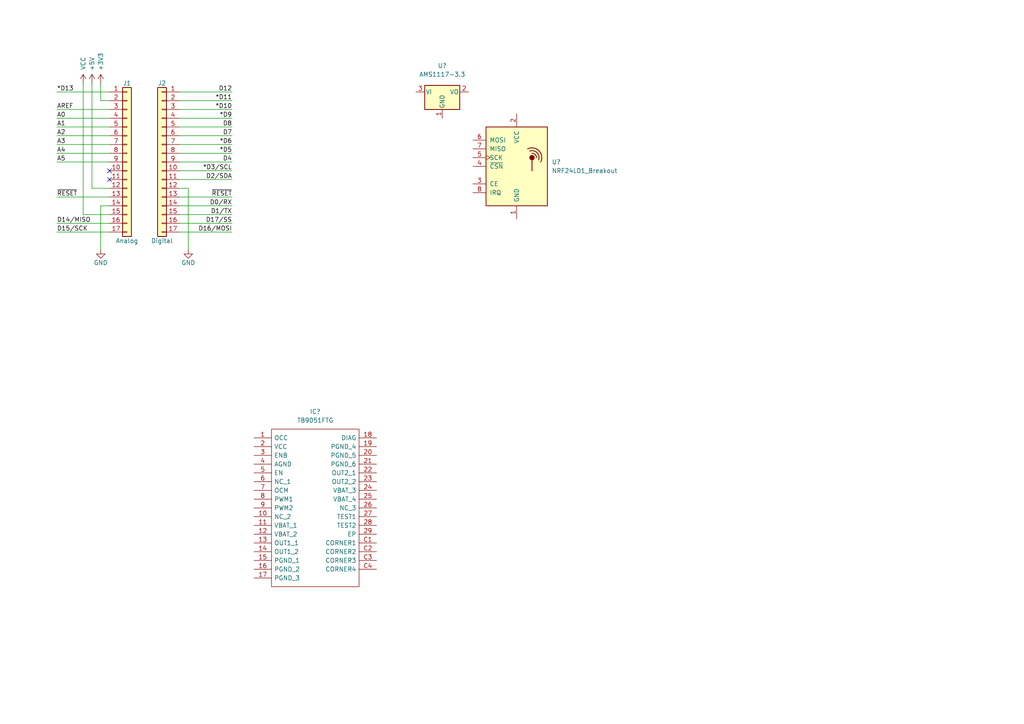
<source format=kicad_sch>
(kicad_sch (version 20211123) (generator eeschema)
  (paper "A4")
  (title_block (date "sam. 04 avril 2015"))
  (lib_symbols
    (symbol "Connector_Generic:Conn_01x17" (pin_names (offset 1.016) hide)
      (property "Reference" "J" (at 0 22.86 0))
      (property "Value" "Conn_01x17" (at 0 -22.86 0))
      (symbol "Conn_01x17_1_1"
        (rectangle (start -1.27 -20.193) (end 0 -20.447) (stroke (width 0.1524)))
        (rectangle (start -1.27 -17.653) (end 0 -17.907) (stroke (width 0.1524)))
        (rectangle (start -1.27 -15.113) (end 0 -15.367) (stroke (width 0.1524)))
        (rectangle (start -1.27 -12.573) (end 0 -12.827) (stroke (width 0.1524)))
        (rectangle (start -1.27 -10.033) (end 0 -10.287) (stroke (width 0.1524)))
        (rectangle (start -1.27 -7.493) (end 0 -7.747) (stroke (width 0.1524)))
        (rectangle (start -1.27 -4.953) (end 0 -5.207) (stroke (width 0.1524)))
        (rectangle (start -1.27 -2.413) (end 0 -2.667) (stroke (width 0.1524)))
        (rectangle (start -1.27 0.127) (end 0 -0.127) (stroke (width 0.1524)))
        (rectangle (start -1.27 2.667) (end 0 2.413) (stroke (width 0.1524)))
        (rectangle (start -1.27 5.207) (end 0 4.953) (stroke (width 0.1524)))
        (rectangle (start -1.27 7.747) (end 0 7.493) (stroke (width 0.1524)))
        (rectangle (start -1.27 10.287) (end 0 10.033) (stroke (width 0.1524)))
        (rectangle (start -1.27 12.827) (end 0 12.573) (stroke (width 0.1524)))
        (rectangle (start -1.27 15.367) (end 0 15.113) (stroke (width 0.1524)))
        (rectangle (start -1.27 17.907) (end 0 17.653) (stroke (width 0.1524)))
        (rectangle (start -1.27 20.447) (end 0 20.193) (stroke (width 0.1524)))
        (rectangle (start -1.27 21.59) (end 1.27 -21.59) (stroke (width 0.254)) (fill (type background)))
        (pin passive line (at -5.08 20.32 0) (length 3.81) (name "Pin_1") (number "1"))
        (pin passive line (at -5.08 -2.54 0) (length 3.81) (name "Pin_10") (number "10"))
        (pin passive line (at -5.08 -5.08 0) (length 3.81) (name "Pin_11") (number "11"))
        (pin passive line (at -5.08 -7.62 0) (length 3.81) (name "Pin_12") (number "12"))
        (pin passive line (at -5.08 -10.16 0) (length 3.81) (name "Pin_13") (number "13"))
        (pin passive line (at -5.08 -12.7 0) (length 3.81) (name "Pin_14") (number "14"))
        (pin passive line (at -5.08 -15.24 0) (length 3.81) (name "Pin_15") (number "15"))
        (pin passive line (at -5.08 -17.78 0) (length 3.81) (name "Pin_16") (number "16"))
        (pin passive line (at -5.08 -20.32 0) (length 3.81) (name "Pin_17") (number "17"))
        (pin passive line (at -5.08 17.78 0) (length 3.81) (name "Pin_2") (number "2"))
        (pin passive line (at -5.08 15.24 0) (length 3.81) (name "Pin_3") (number "3"))
        (pin passive line (at -5.08 12.7 0) (length 3.81) (name "Pin_4") (number "4"))
        (pin passive line (at -5.08 10.16 0) (length 3.81) (name "Pin_5") (number "5"))
        (pin passive line (at -5.08 7.62 0) (length 3.81) (name "Pin_6") (number "6"))
        (pin passive line (at -5.08 5.08 0) (length 3.81) (name "Pin_7") (number "7"))
        (pin passive line (at -5.08 2.54 0) (length 3.81) (name "Pin_8") (number "8"))
        (pin passive line (at -5.08 0 0) (length 3.81) (name "Pin_9") (number "9"))
      )
    )
    (symbol "RF:NRF24L01_Breakout" (pin_names (offset 1.016))
      (property "Reference" "U" (at -8.89 12.7 0))
      (property "Value" "NRF24L01_Breakout" (at 3.81 12.7 0))
      (symbol "NRF24L01_Breakout_0_1"
        (rectangle (start -8.89 11.43) (end 8.89 -11.43) (stroke (width 0.254)) (fill (type background)))
        (polyline (pts (xy 4.445 1.905) (xy 4.445 -1.27)) (stroke (width 0.254)))
        (circle (center 4.445 2.54) (radius 0.635) (stroke (width 0.254)) (fill (type outline)))
        (arc (start 5.715 2.54) (mid 5.3521 3.4546) (end 4.445 3.81) (stroke (width 0.254)))
        (arc (start 6.35 1.905) (mid 5.8763 3.9854) (end 3.81 4.445) (stroke (width 0.254)))
        (arc (start 6.985 1.27) (mid 6.453 4.548) (end 3.175 5.08) (stroke (width 0.254)))
      )
      (symbol "NRF24L01_Breakout_1_1"
        (pin power_in line (at 0 -15.24 90) (length 3.81) (name "GND") (number "1"))
        (pin power_in line (at 0 15.24 270) (length 3.81) (name "VCC") (number "2"))
        (pin input line (at -12.7 -5.08 0) (length 3.81) (name "CE") (number "3"))
        (pin input line (at -12.7 0 0) (length 3.81) (name "~{CSN}") (number "4"))
        (pin input clock (at -12.7 2.54 0) (length 3.81) (name "SCK") (number "5"))
        (pin input line (at -12.7 7.62 0) (length 3.81) (name "MOSI") (number "6"))
        (pin output line (at -12.7 5.08 0) (length 3.81) (name "MISO") (number "7"))
        (pin output line (at -12.7 -7.62 0) (length 3.81) (name "IRQ") (number "8"))
      )
    )
    (symbol "Regulator_Linear:AMS1117-3.3" (pin_names (offset 0.254))
      (property "Reference" "U" (at -3.81 3.175 0))
      (property "Value" "AMS1117-3.3" (at 0 3.175 0))
      (symbol "AMS1117-3.3_0_1"
        (rectangle (start -5.08 -5.08) (end 5.08 1.905) (stroke (width 0.254)) (fill (type background)))
      )
      (symbol "AMS1117-3.3_1_1"
        (pin power_in line (at 0 -7.62 90) (length 2.54) (name "GND") (number "1"))
        (pin power_out line (at 7.62 0 180) (length 2.54) (name "VO") (number "2"))
        (pin power_in line (at -7.62 0 0) (length 2.54) (name "VI") (number "3"))
      )
    )
    (symbol "TB9051FTG:TB9051FTG" (pin_names (offset 0.762))
      (property "Reference" "IC" (at 31.75 7.62 0))
      (property "Value" "TB9051FTG" (at 31.75 5.08 0))
      (symbol "TB9051FTG_0_0"
        (pin passive line (at 0 0 0) (length 5.08) (name "OCC") (number "1"))
        (pin passive line (at 0 -22.86 0) (length 5.08) (name "NC_2") (number "10"))
        (pin passive line (at 0 -25.4 0) (length 5.08) (name "VBAT_1") (number "11"))
        (pin passive line (at 0 -27.94 0) (length 5.08) (name "VBAT_2") (number "12"))
        (pin passive line (at 0 -30.48 0) (length 5.08) (name "OUT1_1") (number "13"))
        (pin passive line (at 0 -33.02 0) (length 5.08) (name "OUT1_2") (number "14"))
        (pin passive line (at 0 -35.56 0) (length 5.08) (name "PGND_1") (number "15"))
        (pin passive line (at 0 -38.1 0) (length 5.08) (name "PGND_2") (number "16"))
        (pin passive line (at 0 -40.64 0) (length 5.08) (name "PGND_3") (number "17"))
        (pin passive line (at 35.56 0 180) (length 5.08) (name "DIAG") (number "18"))
        (pin passive line (at 35.56 -2.54 180) (length 5.08) (name "PGND_4") (number "19"))
        (pin passive line (at 0 -2.54 0) (length 5.08) (name "VCC") (number "2"))
        (pin passive line (at 35.56 -5.08 180) (length 5.08) (name "PGND_5") (number "20"))
        (pin passive line (at 35.56 -7.62 180) (length 5.08) (name "PGND_6") (number "21"))
        (pin passive line (at 35.56 -10.16 180) (length 5.08) (name "OUT2_1") (number "22"))
        (pin passive line (at 35.56 -12.7 180) (length 5.08) (name "OUT2_2") (number "23"))
        (pin passive line (at 35.56 -15.24 180) (length 5.08) (name "VBAT_3") (number "24"))
        (pin passive line (at 35.56 -17.78 180) (length 5.08) (name "VBAT_4") (number "25"))
        (pin passive line (at 35.56 -20.32 180) (length 5.08) (name "NC_3") (number "26"))
        (pin passive line (at 35.56 -22.86 180) (length 5.08) (name "TEST1") (number "27"))
        (pin passive line (at 35.56 -25.4 180) (length 5.08) (name "TEST2") (number "28"))
        (pin passive line (at 35.56 -27.94 180) (length 5.08) (name "EP") (number "29"))
        (pin passive line (at 0 -5.08 0) (length 5.08) (name "ENB") (number "3"))
        (pin passive line (at 0 -7.62 0) (length 5.08) (name "AGND") (number "4"))
        (pin passive line (at 0 -10.16 0) (length 5.08) (name "EN") (number "5"))
        (pin passive line (at 0 -12.7 0) (length 5.08) (name "NC_1") (number "6"))
        (pin passive line (at 0 -15.24 0) (length 5.08) (name "OCM") (number "7"))
        (pin passive line (at 0 -17.78 0) (length 5.08) (name "PWM1") (number "8"))
        (pin passive line (at 0 -20.32 0) (length 5.08) (name "PWM2") (number "9"))
        (pin passive line (at 35.56 -30.48 180) (length 5.08) (name "CORNER1") (number "C1"))
        (pin passive line (at 35.56 -33.02 180) (length 5.08) (name "CORNER2") (number "C2"))
        (pin passive line (at 35.56 -35.56 180) (length 5.08) (name "CORNER3") (number "C3"))
        (pin passive line (at 35.56 -38.1 180) (length 5.08) (name "CORNER4") (number "C4"))
      )
      (symbol "TB9051FTG_0_1"
        (polyline (pts (xy 5.08 2.54) (xy 30.48 2.54) (xy 30.48 -43.18) (xy 5.08 -43.18) (xy 5.08 2.54)) (stroke (width 0.1524)))
      )
    )
    (symbol "power:+3.3V" (power) (pin_names (offset 0))
      (property "Value" "+3.3V" (at 0 3.556 0))
      (symbol "+3.3V_0_1"
        (polyline (pts (xy -0.762 1.27) (xy 0 2.54)))
        (polyline (pts (xy 0 0) (xy 0 2.54)))
        (polyline (pts (xy 0 2.54) (xy 0.762 1.27)))
      )
      (symbol "+3.3V_1_1"
        (pin power_in line (at 0 0 90) (length 0) hide (name "+3V3") (number "1"))
      )
    )
    (symbol "power:+5V" (power) (pin_names (offset 0))
      (property "Value" "+5V" (at 0 3.556 0))
      (symbol "+5V_0_1"
        (polyline (pts (xy -0.762 1.27) (xy 0 2.54)))
        (polyline (pts (xy 0 0) (xy 0 2.54)))
        (polyline (pts (xy 0 2.54) (xy 0.762 1.27)))
      )
      (symbol "+5V_1_1"
        (pin power_in line (at 0 0 90) (length 0) hide (name "+5V") (number "1"))
      )
    )
    (symbol "power:GND" (power) (pin_names (offset 0))
      (property "Value" "GND" (at 0 -3.81 0))
      (symbol "GND_0_1"
        (polyline (pts (xy 0 0) (xy 0 -1.27) (xy 1.27 -1.27) (xy 0 -2.54) (xy -1.27 -1.27) (xy 0 -1.27)))
      )
      (symbol "GND_1_1"
        (pin power_in line (at 0 0 270) (length 0) hide (name "GND") (number "1"))
      )
    )
    (symbol "power:VCC" (power) (pin_names (offset 0))
      (property "Value" "VCC" (at 0 3.81 0))
      (symbol "VCC_0_1"
        (polyline (pts (xy -0.762 1.27) (xy 0 2.54)))
        (polyline (pts (xy 0 0) (xy 0 2.54)))
        (polyline (pts (xy 0 2.54) (xy 0.762 1.27)))
      )
      (symbol "VCC_1_1"
        (pin power_in line (at 0 0 90) (length 0) hide (name "VCC") (number "1"))
      )
    )
  )
  (no_connect (at 31.75 49.53))
  (no_connect (at 31.75 52.07))
  (wire (pts (xy 52.07 59.69) (xy 67.31 59.69)))
  (wire (pts (xy 31.75 29.21) (xy 29.21 29.21)))
  (wire (pts (xy 26.67 24.13) (xy 26.67 54.61)))
  (wire (pts (xy 31.75 54.61) (xy 26.67 54.61)))
  (wire (pts (xy 52.07 31.75) (xy 67.31 31.75)))
  (wire (pts (xy 52.07 64.77) (xy 67.31 64.77)))
  (wire (pts (xy 16.51 39.37) (xy 31.75 39.37)))
  (wire (pts (xy 52.07 36.83) (xy 67.31 36.83)))
  (wire (pts (xy 52.07 39.37) (xy 67.31 39.37)))
  (wire (pts (xy 52.07 52.07) (xy 67.31 52.07)))
  (wire (pts (xy 16.51 31.75) (xy 31.75 31.75)))
  (wire (pts (xy 52.07 44.45) (xy 67.31 44.45)))
  (wire (pts (xy 29.21 24.13) (xy 29.21 29.21)))
  (wire (pts (xy 52.07 54.61) (xy 54.61 54.61)))
  (wire (pts (xy 52.07 26.67) (xy 67.31 26.67)))
  (wire (pts (xy 24.13 24.13) (xy 24.13 62.23)))
  (wire (pts (xy 31.75 62.23) (xy 24.13 62.23)))
  (wire (pts (xy 16.51 57.15) (xy 31.75 57.15)))
  (wire (pts (xy 52.07 41.91) (xy 67.31 41.91)))
  (wire (pts (xy 52.07 46.99) (xy 67.31 46.99)))
  (wire (pts (xy 16.51 34.29) (xy 31.75 34.29)))
  (wire (pts (xy 16.51 64.77) (xy 31.75 64.77)))
  (wire (pts (xy 16.51 26.67) (xy 31.75 26.67)))
  (wire (pts (xy 16.51 44.45) (xy 31.75 44.45)))
  (wire (pts (xy 52.07 49.53) (xy 67.31 49.53)))
  (wire (pts (xy 16.51 36.83) (xy 31.75 36.83)))
  (wire (pts (xy 16.51 46.99) (xy 31.75 46.99)))
  (wire (pts (xy 52.07 34.29) (xy 67.31 34.29)))
  (wire (pts (xy 52.07 67.31) (xy 67.31 67.31)))
  (wire (pts (xy 52.07 57.15) (xy 67.31 57.15)))
  (wire (pts (xy 54.61 54.61) (xy 54.61 72.39)))
  (wire (pts (xy 16.51 67.31) (xy 31.75 67.31)))
  (wire (pts (xy 52.07 62.23) (xy 67.31 62.23)))
  (wire (pts (xy 29.21 59.69) (xy 29.21 72.39)))
  (wire (pts (xy 31.75 59.69) (xy 29.21 59.69)))
  (wire (pts (xy 16.51 41.91) (xy 31.75 41.91)))
  (wire (pts (xy 52.07 29.21) (xy 67.31 29.21)))
  (label "D4" (at 67.31 46.99 180))
  (label "*D5" (at 67.31 44.45 180))
  (label "A2" (at 16.51 39.37 0))
  (label "D7" (at 67.31 39.37 180))
  (label "D15{slash}SCK" (at 16.51 67.31 0))
  (label "*D13" (at 16.51 26.67 0))
  (label "D16{slash}MOSI" (at 67.31 67.31 180))
  (label "D17{slash}SS" (at 67.31 64.77 180))
  (label "*D6" (at 67.31 41.91 180))
  (label "*D11" (at 67.31 29.21 180))
  (label "A1" (at 16.51 36.83 0))
  (label "D14{slash}MISO" (at 16.51 64.77 0))
  (label "A4" (at 16.51 44.45 0))
  (label "A5" (at 16.51 46.99 0))
  (label "A3" (at 16.51 41.91 0))
  (label "~{RESET}" (at 67.31 57.15 180))
  (label "A0" (at 16.51 34.29 0))
  (label "*D9" (at 67.31 34.29 180))
  (label "*D3{slash}SCL" (at 67.31 49.53 180))
  (label "D2{slash}SDA" (at 67.31 52.07 180))
  (label "D8" (at 67.31 36.83 180))
  (label "D1{slash}TX" (at 67.31 62.23 180))
  (label "D0{slash}RX" (at 67.31 59.69 180))
  (label "AREF" (at 16.51 31.75 0))
  (label "~{RESET}" (at 16.51 57.15 0))
  (label "*D10" (at 67.31 31.75 180))
  (label "D12" (at 67.31 26.67 180))
  (symbol (lib_id "Connector_Generic:Conn_01x17") (at 36.83 46.99 0) (unit 1)
    (property "Reference" "J1" (at 36.83 24.13 0))
    (property "Value" "Analog" (at 36.83 69.85 0))
    (property "Footprint" "Connector_PinHeader_2.54mm:PinHeader_1x17_P2.54mm_Vertical" (effects hide))
  )
  (symbol (lib_id "Connector_Generic:Conn_01x17") (at 46.99 46.99 0) (mirror y) (unit 1)
    (property "Reference" "J2" (at 46.99 24.13 0))
    (property "Value" "Digital" (at 46.99 69.85 0))
    (property "Footprint" "Connector_PinHeader_2.54mm:PinHeader_1x17_P2.54mm_Vertical" (effects hide))
  )
  (symbol (lib_id "Regulator_Linear:AMS1117-3.3") (at 128.27 26.67 0) (unit 1)
    (property "Reference" "U?" (at 128.27 19.05 0))
    (property "Value" "AMS1117-3.3" (at 128.27 21.59 0))
    (property "Footprint" "Package_TO_SOT_SMD:SOT-223-3_TabPin2" (effects hide))
    (property "Datasheet" "http://www.advanced-monolithic.com/pdf/ds1117.pdf" (effects hide))
  )
  (symbol (lib_id "power:+5V") (at 26.67 24.13 0) (unit 1)
    (property "Reference" "#PWR0103" (effects hide))
    (property "Value" "+5V" (at 26.67 20.574 90) (effects (justify left)))
  )
  (symbol (lib_id "power:+3.3V") (at 29.21 24.13 0) (unit 1)
    (property "Reference" "#PWR0102" (effects hide))
    (property "Value" "+3.3V" (at 29.21 20.574 90) (effects (justify left)))
  )
  (symbol (lib_id "power:VCC") (at 24.13 24.13 0) (unit 1)
    (property "Reference" "#PWR0101" (effects hide))
    (property "Value" "VCC" (at 24.13 20.32 90) (effects (justify left)))
  )
  (symbol (lib_id "power:GND") (at 54.61 72.39 0) (unit 1)
    (property "Reference" "#PWR0105" (effects hide))
    (property "Value" "GND" (at 54.61 76.2 0))
  )
  (symbol (lib_id "TB9051FTG:TB9051FTG") (at 73.66 127 0) (unit 1)
    (property "Reference" "IC?" (at 91.44 119.38 0))
    (property "Value" "TB9051FTG" (at 91.44 121.92 0))
    (property "Footprint" "TB9051FTG" (effects hide))
    (property "Datasheet" "https://toshiba.semicon-storage.com/ap-en/semiconductor/product/automotive-devices/detail.TB9051FTG.html" (effects hide))
    (property "Description" "PWM type single channel H-Bridge DC brushed motor driver for automotive use" (effects hide))
    (property "Height" "1.8" (effects hide))
    (property "Manufacturer_Name" "Toshiba" (effects hide))
    (property "Manufacturer_Part_Number" "TB9051FTG" (effects hide))
  )
  (symbol (lib_id "RF:NRF24L01_Breakout") (at 149.86 48.26 0) (unit 1)
    (property "Reference" "U?" (at 160.02 46.9899 0) (effects (justify left)))
    (property "Value" "NRF24L01_Breakout" (at 160.02 49.5299 0) (effects (justify left)))
    (property "Footprint" "RF_Module:nRF24L01_Breakout" (effects hide))
    (property "Datasheet" "http://www.nordicsemi.com/eng/content/download/2730/34105/file/nRF24L01_Product_Specification_v2_0.pdf" (effects hide))
  )
  (symbol (lib_id "power:GND") (at 29.21 72.39 0) (unit 1)
    (property "Reference" "#PWR0104" (effects hide))
    (property "Value" "GND" (at 29.21 76.2 0))
  )
)
</source>
